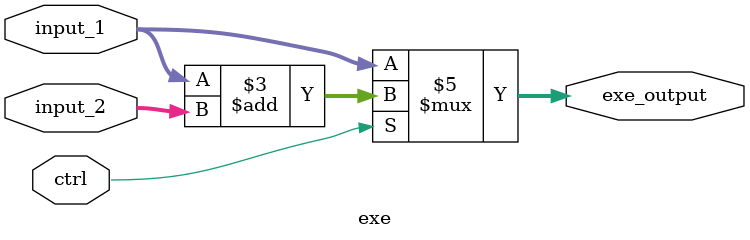
<source format=v>
`timescale 1ns / 1ps

module exe(
		input [7:0] input_1,
		input [7:0] input_2,
		input ctrl,
		output reg [7:0] exe_output
    );
	
	always @ (*)
	begin
		if (ctrl == 1)
			exe_output = input_1 + input_2;
		else
			exe_output = input_1;
	end

endmodule

</source>
